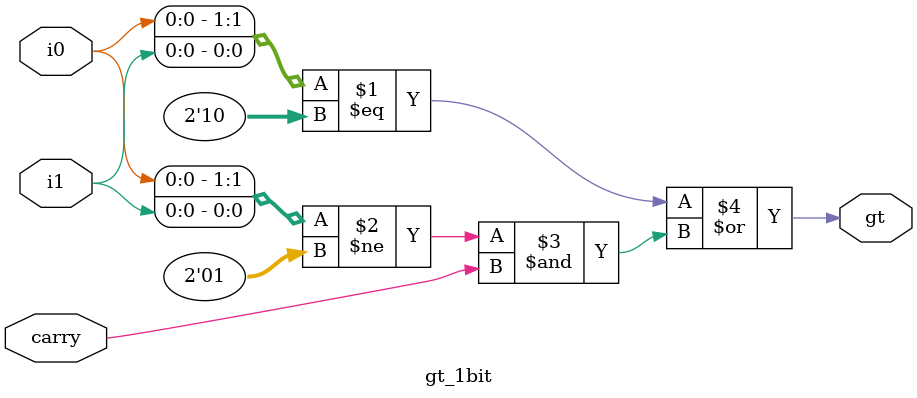
<source format=v>
`timescale 1ns / 1ps
module gt_1bit(
	input wire i0, i1, carry,
	output wire gt
    );

	assign gt = {i0, i1} == 2'b10 | ( {i0, i1} != 2'b01 & carry );

endmodule

</source>
